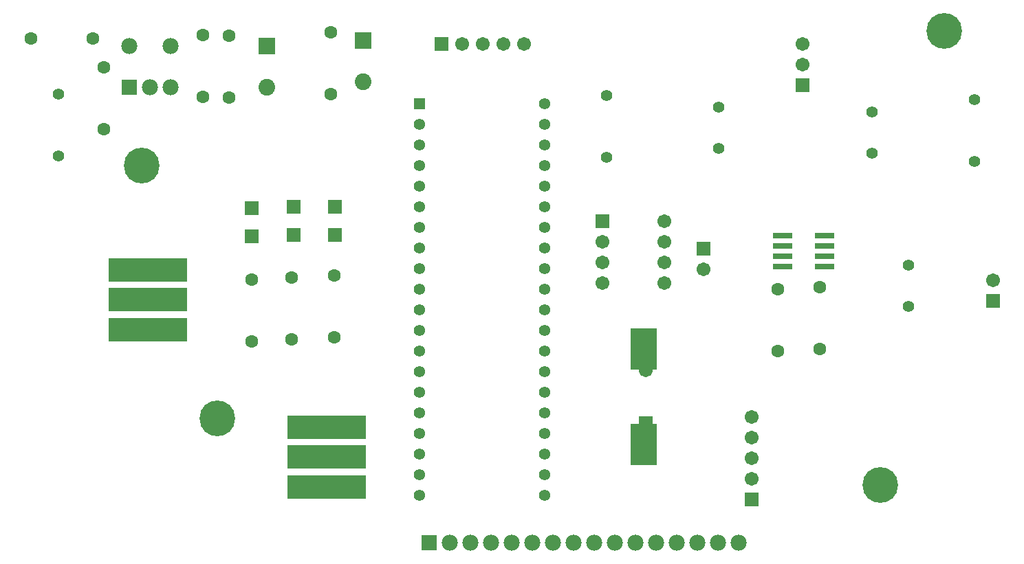
<source format=gts>
G04*
G04 #@! TF.GenerationSoftware,Altium Limited,Altium Designer,20.0.9 (164)*
G04*
G04 Layer_Color=8388736*
%FSLAX25Y25*%
%MOIN*%
G70*
G01*
G75*
%ADD22R,0.38300X0.11800*%
%ADD23R,0.12611X0.20485*%
%ADD24R,0.06706X0.06706*%
%ADD25R,0.09461X0.03162*%
%ADD26C,0.07800*%
%ADD27R,0.07800X0.07800*%
%ADD28C,0.17300*%
%ADD29C,0.05524*%
%ADD30C,0.06706*%
%ADD31R,0.06706X0.06706*%
%ADD32C,0.06312*%
%ADD33R,0.05461X0.05461*%
%ADD34C,0.05461*%
%ADD35R,0.08083X0.08083*%
%ADD36C,0.08083*%
%ADD37C,0.07300*%
D22*
X60500Y-159000D02*
D03*
Y-144500D02*
D03*
Y-130000D02*
D03*
X147250Y-206250D02*
D03*
Y-220750D02*
D03*
Y-235250D02*
D03*
D23*
X300805Y-214683D02*
D03*
Y-168226D02*
D03*
D24*
X110750Y-113640D02*
D03*
Y-99860D02*
D03*
X131250Y-113140D02*
D03*
Y-99360D02*
D03*
X151250Y-113030D02*
D03*
Y-99250D02*
D03*
X377750Y-40250D02*
D03*
X329750Y-119750D02*
D03*
X301750Y-204250D02*
D03*
X353250Y-241250D02*
D03*
X470000Y-145000D02*
D03*
D25*
X368014Y-128250D02*
D03*
Y-123250D02*
D03*
Y-118250D02*
D03*
Y-113250D02*
D03*
X388486D02*
D03*
Y-118250D02*
D03*
Y-123250D02*
D03*
Y-128250D02*
D03*
D26*
X71500Y-21500D02*
D03*
X51500D02*
D03*
X71500Y-41500D02*
D03*
X61500D02*
D03*
X206750Y-262250D02*
D03*
X216750D02*
D03*
X226750D02*
D03*
X236750D02*
D03*
X246750D02*
D03*
X256750D02*
D03*
X266750D02*
D03*
X276750D02*
D03*
X286750D02*
D03*
X296750D02*
D03*
X306750D02*
D03*
X316750D02*
D03*
X326750D02*
D03*
X336750D02*
D03*
X346750D02*
D03*
D27*
X51500Y-41500D02*
D03*
X196750Y-262250D02*
D03*
D28*
X446500Y-14000D02*
D03*
X57500Y-79500D02*
D03*
X94000Y-202000D02*
D03*
X415500Y-234500D02*
D03*
D29*
X429250Y-147750D02*
D03*
Y-127750D02*
D03*
X411500Y-53500D02*
D03*
Y-73500D02*
D03*
X337000Y-51000D02*
D03*
Y-71000D02*
D03*
X461000Y-47500D02*
D03*
Y-77500D02*
D03*
X282750Y-75250D02*
D03*
Y-45250D02*
D03*
X17250Y-44750D02*
D03*
Y-74750D02*
D03*
D30*
X377750Y-30250D02*
D03*
Y-20250D02*
D03*
X242750D02*
D03*
X232750D02*
D03*
X222750D02*
D03*
X212750D02*
D03*
X280750Y-116250D02*
D03*
Y-126250D02*
D03*
Y-136250D02*
D03*
X310750Y-106250D02*
D03*
Y-116250D02*
D03*
Y-126250D02*
D03*
Y-136250D02*
D03*
X329750Y-129750D02*
D03*
X301750Y-178659D02*
D03*
X353250Y-201250D02*
D03*
Y-211250D02*
D03*
Y-221250D02*
D03*
Y-231250D02*
D03*
X470000Y-135000D02*
D03*
D31*
X202750Y-20250D02*
D03*
X280750Y-106250D02*
D03*
D32*
X39250Y-61750D02*
D03*
Y-31750D02*
D03*
X33750Y-17750D02*
D03*
X3750D02*
D03*
X87000Y-46000D02*
D03*
Y-16000D02*
D03*
X99750Y-46250D02*
D03*
Y-16250D02*
D03*
X149250Y-44750D02*
D03*
Y-14750D02*
D03*
X110750Y-164750D02*
D03*
Y-134750D02*
D03*
X365750Y-139250D02*
D03*
Y-169250D02*
D03*
X386250Y-168250D02*
D03*
Y-138250D02*
D03*
X130250Y-163750D02*
D03*
Y-133750D02*
D03*
X150750Y-162750D02*
D03*
Y-132750D02*
D03*
D33*
X192002Y-49250D02*
D03*
D34*
Y-59250D02*
D03*
Y-69250D02*
D03*
Y-79250D02*
D03*
Y-89250D02*
D03*
Y-99250D02*
D03*
Y-109250D02*
D03*
Y-119250D02*
D03*
Y-129250D02*
D03*
Y-139250D02*
D03*
Y-149250D02*
D03*
Y-159250D02*
D03*
Y-169250D02*
D03*
Y-179250D02*
D03*
Y-189250D02*
D03*
Y-199250D02*
D03*
Y-209250D02*
D03*
Y-219250D02*
D03*
Y-229250D02*
D03*
Y-239250D02*
D03*
X252750D02*
D03*
Y-229250D02*
D03*
Y-219250D02*
D03*
Y-209250D02*
D03*
Y-199250D02*
D03*
Y-189250D02*
D03*
Y-179250D02*
D03*
Y-169250D02*
D03*
Y-159250D02*
D03*
Y-149250D02*
D03*
Y-139250D02*
D03*
Y-129250D02*
D03*
Y-119250D02*
D03*
Y-109250D02*
D03*
Y-99250D02*
D03*
Y-89250D02*
D03*
Y-79250D02*
D03*
Y-69250D02*
D03*
Y-59250D02*
D03*
Y-49250D02*
D03*
D35*
X118250Y-21250D02*
D03*
X164750Y-18750D02*
D03*
D36*
X118250Y-41250D02*
D03*
X164750Y-38750D02*
D03*
D37*
X49000Y-159250D02*
D03*
Y-144250D02*
D03*
Y-129250D02*
D03*
X158750Y-206000D02*
D03*
Y-221000D02*
D03*
Y-236000D02*
D03*
M02*

</source>
